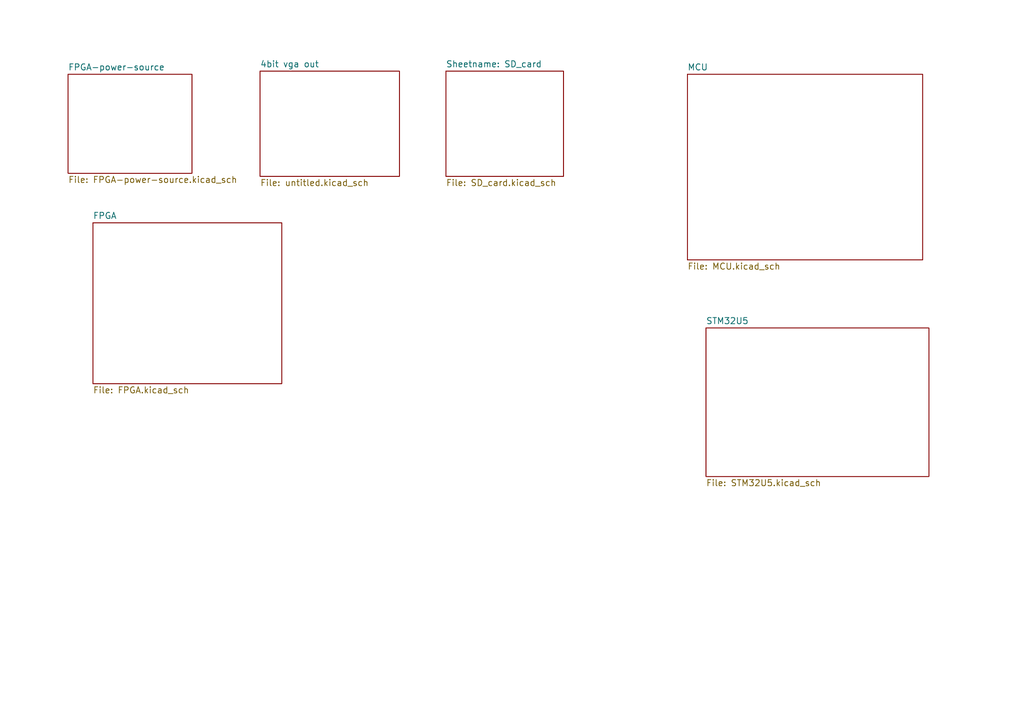
<source format=kicad_sch>
(kicad_sch
	(version 20250114)
	(generator "eeschema")
	(generator_version "9.0")
	(uuid "071102f3-276b-4b6b-8738-8c534a30b197")
	(paper "A5")
	(title_block
		(title "TDT4295")
		(date "2025-09-05")
		(rev "0")
	)
	(lib_symbols)
	(sheet
		(at 53.34 14.605)
		(size 28.575 21.59)
		(exclude_from_sim no)
		(in_bom yes)
		(on_board yes)
		(dnp no)
		(fields_autoplaced yes)
		(stroke
			(width 0.1524)
			(type solid)
		)
		(fill
			(color 0 0 0 0.0000)
		)
		(uuid "274382c3-e627-4606-80d9-d86658e18f9c")
		(property "Sheetname" "4bit vga out"
			(at 53.34 13.8934 0)
			(effects
				(font
					(size 1.27 1.27)
				)
				(justify left bottom)
			)
		)
		(property "Sheetfile" "untitled.kicad_sch"
			(at 53.34 36.7796 0)
			(effects
				(font
					(size 1.27 1.27)
				)
				(justify left top)
			)
		)
		(instances
			(project "TDT4295"
				(path "/071102f3-276b-4b6b-8738-8c534a30b197"
					(page "3")
				)
			)
		)
	)
	(sheet
		(at 144.78 67.31)
		(size 45.72 30.48)
		(exclude_from_sim no)
		(in_bom yes)
		(on_board yes)
		(dnp no)
		(fields_autoplaced yes)
		(stroke
			(width 0.1524)
			(type solid)
		)
		(fill
			(color 0 0 0 0.0000)
		)
		(uuid "454e6030-5e45-4d22-9e27-5aaf9e5206f7")
		(property "Sheetname" "STM32U5"
			(at 144.78 66.5984 0)
			(effects
				(font
					(size 1.27 1.27)
				)
				(justify left bottom)
			)
		)
		(property "Sheetfile" "STM32U5.kicad_sch"
			(at 144.78 98.3746 0)
			(effects
				(font
					(size 1.27 1.27)
				)
				(justify left top)
			)
		)
		(instances
			(project "TDT4295"
				(path "/071102f3-276b-4b6b-8738-8c534a30b197"
					(page "7")
				)
			)
		)
	)
	(sheet
		(at 140.97 15.24)
		(size 48.26 38.1)
		(exclude_from_sim no)
		(in_bom yes)
		(on_board yes)
		(dnp no)
		(fields_autoplaced yes)
		(stroke
			(width 0.1524)
			(type solid)
		)
		(fill
			(color 0 0 0 0.0000)
		)
		(uuid "4b4b82c0-0ab9-449d-bd70-557960532ad7")
		(property "Sheetname" "MCU"
			(at 140.97 14.5284 0)
			(effects
				(font
					(size 1.27 1.27)
				)
				(justify left bottom)
			)
		)
		(property "Sheetfile" "MCU.kicad_sch"
			(at 140.97 53.9246 0)
			(effects
				(font
					(size 1.27 1.27)
				)
				(justify left top)
			)
		)
		(instances
			(project "TDT4295"
				(path "/071102f3-276b-4b6b-8738-8c534a30b197"
					(page "4")
				)
			)
		)
	)
	(sheet
		(at 91.44 14.605)
		(size 24.13 21.59)
		(exclude_from_sim no)
		(in_bom yes)
		(on_board yes)
		(dnp no)
		(fields_autoplaced yes)
		(stroke
			(width 0.1524)
			(type solid)
		)
		(fill
			(color 0 0 0 0.0000)
		)
		(uuid "91cac871-d497-4887-ab60-4a820d2ee1af")
		(property "Sheetname" "SD_card"
			(at 91.44 13.8934 0)
			(show_name yes)
			(effects
				(font
					(size 1.27 1.27)
				)
				(justify left bottom)
			)
		)
		(property "Sheetfile" "SD_card.kicad_sch"
			(at 91.44 36.7796 0)
			(effects
				(font
					(size 1.27 1.27)
				)
				(justify left top)
			)
		)
		(instances
			(project "TDT4295"
				(path "/071102f3-276b-4b6b-8738-8c534a30b197"
					(page "4")
				)
			)
		)
	)
	(sheet
		(at 19.05 45.72)
		(size 38.735 33.02)
		(exclude_from_sim no)
		(in_bom yes)
		(on_board yes)
		(dnp no)
		(fields_autoplaced yes)
		(stroke
			(width 0.1524)
			(type solid)
		)
		(fill
			(color 0 0 0 0.0000)
		)
		(uuid "d2a0daa2-c0ff-49b1-ac48-ceab9e9b8d65")
		(property "Sheetname" "FPGA"
			(at 19.05 45.0084 0)
			(effects
				(font
					(size 1.27 1.27)
				)
				(justify left bottom)
			)
		)
		(property "Sheetfile" "FPGA.kicad_sch"
			(at 19.05 79.3246 0)
			(effects
				(font
					(size 1.27 1.27)
				)
				(justify left top)
			)
		)
		(instances
			(project "TDT4295"
				(path "/071102f3-276b-4b6b-8738-8c534a30b197"
					(page "6")
				)
			)
		)
	)
	(sheet
		(at 13.97 15.24)
		(size 25.4 20.32)
		(exclude_from_sim no)
		(in_bom yes)
		(on_board yes)
		(dnp no)
		(fields_autoplaced yes)
		(stroke
			(width 0.1524)
			(type solid)
		)
		(fill
			(color 0 0 0 0.0000)
		)
		(uuid "f7dbf63d-f891-4c8e-a7a2-66a57df960da")
		(property "Sheetname" "FPGA-power-source"
			(at 13.97 14.5284 0)
			(effects
				(font
					(size 1.27 1.27)
				)
				(justify left bottom)
			)
		)
		(property "Sheetfile" "FPGA-power-source.kicad_sch"
			(at 13.97 36.1446 0)
			(effects
				(font
					(size 1.27 1.27)
				)
				(justify left top)
			)
		)
		(instances
			(project "TDT4295"
				(path "/071102f3-276b-4b6b-8738-8c534a30b197"
					(page "2")
				)
			)
		)
	)
	(sheet_instances
		(path "/"
			(page "1")
		)
	)
	(embedded_fonts no)
)

</source>
